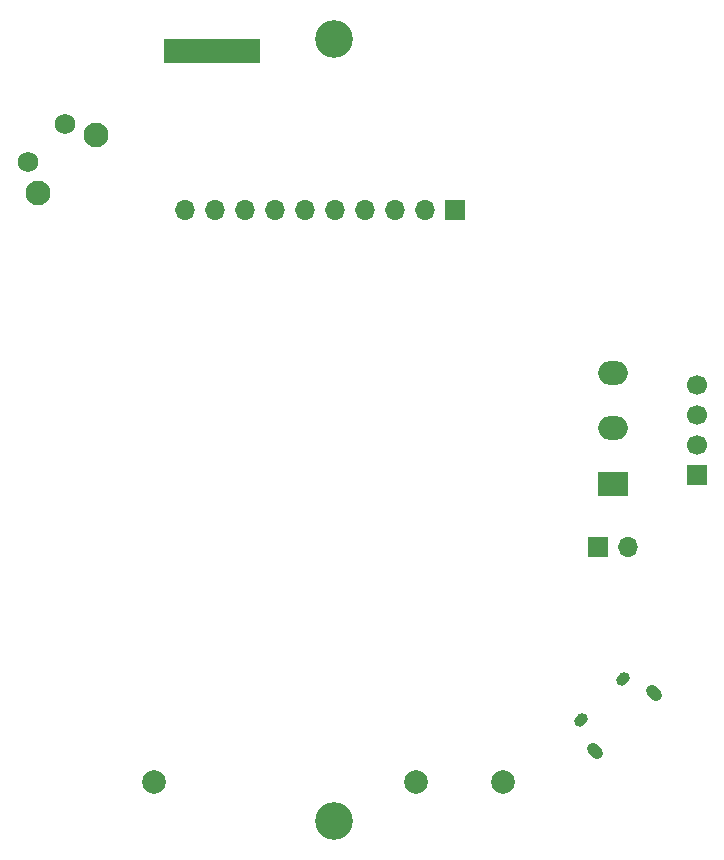
<source format=gbr>
%TF.GenerationSoftware,KiCad,Pcbnew,(6.0.4)*%
%TF.CreationDate,2022-03-21T16:24:48+00:00*%
%TF.ProjectId,Ball_Remote_Components,42616c6c-5f52-4656-9d6f-74655f436f6d,rev?*%
%TF.SameCoordinates,Original*%
%TF.FileFunction,Soldermask,Bot*%
%TF.FilePolarity,Negative*%
%FSLAX46Y46*%
G04 Gerber Fmt 4.6, Leading zero omitted, Abs format (unit mm)*
G04 Created by KiCad (PCBNEW (6.0.4)) date 2022-03-21 16:24:48*
%MOMM*%
%LPD*%
G01*
G04 APERTURE LIST*
G04 Aperture macros list*
%AMHorizOval*
0 Thick line with rounded ends*
0 $1 width*
0 $2 $3 position (X,Y) of the first rounded end (center of the circle)*
0 $4 $5 position (X,Y) of the second rounded end (center of the circle)*
0 Add line between two ends*
20,1,$1,$2,$3,$4,$5,0*
0 Add two circle primitives to create the rounded ends*
1,1,$1,$2,$3*
1,1,$1,$4,$5*%
G04 Aperture macros list end*
%ADD10C,0.100000*%
%ADD11C,3.200000*%
%ADD12C,2.000000*%
%ADD13R,1.700000X1.700000*%
%ADD14C,1.700000*%
%ADD15R,2.500000X2.000000*%
%ADD16O,2.500000X2.000000*%
%ADD17HorizOval,0.950000X0.106066X0.106066X-0.106066X-0.106066X0*%
%ADD18HorizOval,1.000000X-0.194454X0.194454X0.194454X-0.194454X0*%
%ADD19O,1.700000X1.700000*%
%ADD20C,2.100000*%
%ADD21C,1.750000*%
G04 APERTURE END LIST*
%TO.C,FID1*%
G36*
X139475000Y-74187500D02*
G01*
X131475000Y-74187500D01*
X131475000Y-72187500D01*
X139475000Y-72187500D01*
X139475000Y-74187500D01*
G37*
D10*
X139475000Y-74187500D02*
X131475000Y-74187500D01*
X131475000Y-72187500D01*
X139475000Y-72187500D01*
X139475000Y-74187500D01*
%TD*%
D11*
%TO.C,H1*%
X145875000Y-72187500D03*
%TD*%
D12*
%TO.C,TP2*%
X160175000Y-135087500D03*
%TD*%
D13*
%TO.C,J3*%
X176575000Y-109097500D03*
D14*
X176575000Y-106557500D03*
X176575000Y-104017500D03*
X176575000Y-101477500D03*
%TD*%
D15*
%TO.C,SW1*%
X169475000Y-109887500D03*
D16*
X169475000Y-105187500D03*
X169475000Y-100487500D03*
%TD*%
D17*
%TO.C,J2*%
X166762205Y-129910239D03*
X170297739Y-126374705D03*
D18*
X172914034Y-127576786D03*
X167964286Y-132526534D03*
%TD*%
D12*
%TO.C,TP1*%
X130637500Y-135087500D03*
%TD*%
D13*
%TO.C,J1*%
X156100000Y-86687500D03*
D19*
X153560000Y-86687500D03*
X151020000Y-86687500D03*
X148480000Y-86687500D03*
X145940000Y-86687500D03*
X143400000Y-86687500D03*
X140860000Y-86687500D03*
X138320000Y-86687500D03*
X135780000Y-86687500D03*
X133240000Y-86687500D03*
%TD*%
D11*
%TO.C,H2*%
X145875000Y-138387500D03*
%TD*%
D20*
%TO.C,RESET1*%
X120789959Y-85269884D03*
X125746778Y-80313066D03*
D21*
X119913147Y-82625305D03*
X123095128Y-79443324D03*
%TD*%
D12*
%TO.C,TP3*%
X152775000Y-135087500D03*
%TD*%
D13*
%TO.C,BT1*%
X168200000Y-115187500D03*
D19*
X170740000Y-115187500D03*
%TD*%
M02*

</source>
